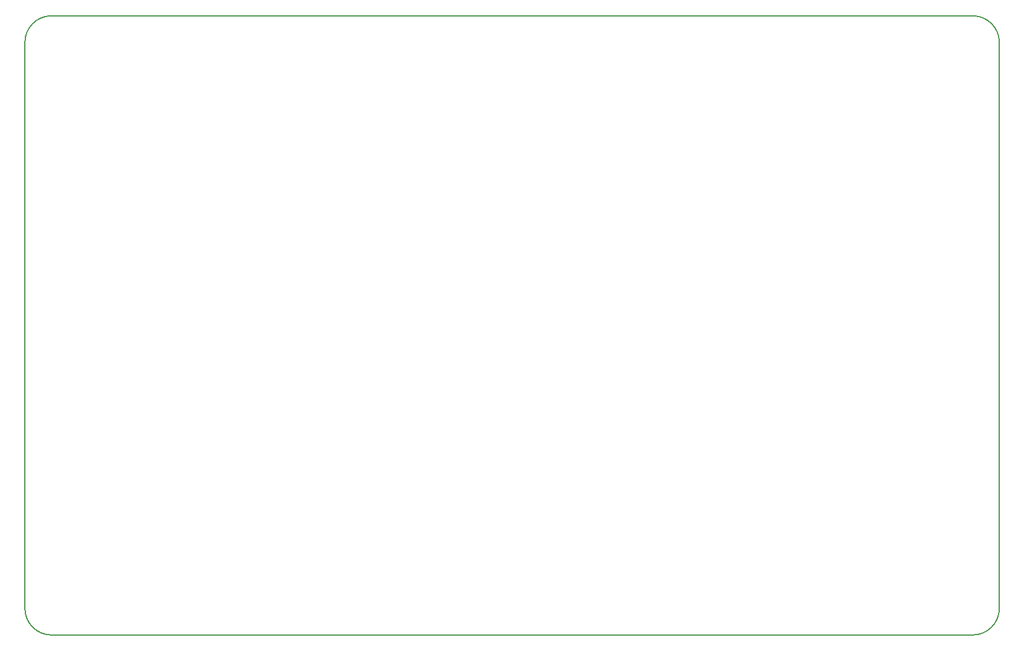
<source format=gbr>
G04 #@! TF.FileFunction,Profile,NP*
%FSLAX46Y46*%
G04 Gerber Fmt 4.6, Leading zero omitted, Abs format (unit mm)*
G04 Created by KiCad (PCBNEW 4.0.6) date 05/08/17 22:06:13*
%MOMM*%
%LPD*%
G01*
G04 APERTURE LIST*
%ADD10C,0.100000*%
%ADD11C,0.150000*%
G04 APERTURE END LIST*
D10*
D11*
X209550000Y-73660000D02*
G75*
G03X205740000Y-69850000I-3810000J0D01*
G01*
X205740000Y-158750000D02*
G75*
G03X209550000Y-154940000I0J3810000D01*
G01*
X69850000Y-154940000D02*
G75*
G03X73660000Y-158750000I3810000J0D01*
G01*
X73660000Y-69850000D02*
G75*
G03X69850000Y-73660000I0J-3810000D01*
G01*
X69850000Y-154940000D02*
X69850000Y-73660000D01*
X205740000Y-158750000D02*
X73660000Y-158750000D01*
X209550000Y-73660000D02*
X209550000Y-154940000D01*
X73660000Y-69850000D02*
X205740000Y-69850000D01*
M02*

</source>
